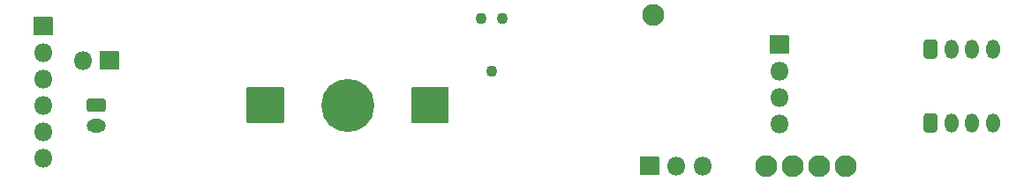
<source format=gbr>
%TF.GenerationSoftware,KiCad,Pcbnew,(5.1.10)-1*%
%TF.CreationDate,2021-07-02T15:13:39-07:00*%
%TF.ProjectId,BivalveBit,42697661-6c76-4654-9269-742e6b696361,A*%
%TF.SameCoordinates,Original*%
%TF.FileFunction,Soldermask,Bot*%
%TF.FilePolarity,Negative*%
%FSLAX46Y46*%
G04 Gerber Fmt 4.6, Leading zero omitted, Abs format (unit mm)*
G04 Created by KiCad (PCBNEW (5.1.10)-1) date 2021-07-02 15:13:39*
%MOMM*%
%LPD*%
G01*
G04 APERTURE LIST*
%ADD10O,1.301600X1.851600*%
%ADD11C,5.101600*%
%ADD12O,1.801600X1.801600*%
%ADD13C,1.092200*%
%ADD14O,1.851600X1.301600*%
%ADD15C,2.101600*%
G04 APERTURE END LIST*
D10*
%TO.C,HEART_SENSOR1*%
X193972700Y-125399800D03*
X191972700Y-125399800D03*
X189972700Y-125399800D03*
G36*
G01*
X187321900Y-126054435D02*
X187321900Y-124745165D01*
G75*
G02*
X187593065Y-124474000I271165J0D01*
G01*
X188352335Y-124474000D01*
G75*
G02*
X188623500Y-124745165I0J-271165D01*
G01*
X188623500Y-126054435D01*
G75*
G02*
X188352335Y-126325600I-271165J0D01*
G01*
X187593065Y-126325600D01*
G75*
G02*
X187321900Y-126054435I0J271165D01*
G01*
G37*
%TD*%
D11*
%TO.C,RTC_BATT1*%
X132080000Y-130810000D03*
G36*
G01*
X138179200Y-132460000D02*
X138179200Y-129160000D01*
G75*
G02*
X138230000Y-129109200I50800J0D01*
G01*
X141730000Y-129109200D01*
G75*
G02*
X141780800Y-129160000I0J-50800D01*
G01*
X141780800Y-132460000D01*
G75*
G02*
X141730000Y-132510800I-50800J0D01*
G01*
X138230000Y-132510800D01*
G75*
G02*
X138179200Y-132460000I0J50800D01*
G01*
G37*
G36*
G01*
X122379200Y-132460000D02*
X122379200Y-129160000D01*
G75*
G02*
X122430000Y-129109200I50800J0D01*
G01*
X125930000Y-129109200D01*
G75*
G02*
X125980800Y-129160000I0J-50800D01*
G01*
X125980800Y-132460000D01*
G75*
G02*
X125930000Y-132510800I-50800J0D01*
G01*
X122430000Y-132510800D01*
G75*
G02*
X122379200Y-132460000I0J50800D01*
G01*
G37*
%TD*%
D12*
%TO.C,J1*%
X106680000Y-126492000D03*
G36*
G01*
X108370000Y-125591200D02*
X110070000Y-125591200D01*
G75*
G02*
X110120800Y-125642000I0J-50800D01*
G01*
X110120800Y-127342000D01*
G75*
G02*
X110070000Y-127392800I-50800J0D01*
G01*
X108370000Y-127392800D01*
G75*
G02*
X108319200Y-127342000I0J50800D01*
G01*
X108319200Y-125642000D01*
G75*
G02*
X108370000Y-125591200I50800J0D01*
G01*
G37*
%TD*%
D13*
%TO.C,PROGRAM_HEADER1*%
X145923000Y-127508000D03*
X146939000Y-122428000D03*
X144907000Y-122428000D03*
%TD*%
D14*
%TO.C,PRIMARY_BATTERY1*%
X107950000Y-132810000D03*
G36*
G01*
X107295365Y-130159200D02*
X108604635Y-130159200D01*
G75*
G02*
X108875800Y-130430365I0J-271165D01*
G01*
X108875800Y-131189635D01*
G75*
G02*
X108604635Y-131460800I-271165J0D01*
G01*
X107295365Y-131460800D01*
G75*
G02*
X107024200Y-131189635I0J271165D01*
G01*
X107024200Y-130430365D01*
G75*
G02*
X107295365Y-130159200I271165J0D01*
G01*
G37*
%TD*%
D12*
%TO.C,OLED1*%
X173482000Y-132588000D03*
X173482000Y-130048000D03*
X173482000Y-127508000D03*
G36*
G01*
X172581200Y-125818000D02*
X172581200Y-124118000D01*
G75*
G02*
X172632000Y-124067200I50800J0D01*
G01*
X174332000Y-124067200D01*
G75*
G02*
X174382800Y-124118000I0J-50800D01*
G01*
X174382800Y-125818000D01*
G75*
G02*
X174332000Y-125868800I-50800J0D01*
G01*
X172632000Y-125868800D01*
G75*
G02*
X172581200Y-125818000I0J50800D01*
G01*
G37*
%TD*%
D15*
%TO.C,J7*%
X177292000Y-136652000D03*
%TD*%
D12*
%TO.C,J6*%
X166116000Y-136652000D03*
X163576000Y-136652000D03*
G36*
G01*
X161886000Y-137552800D02*
X160186000Y-137552800D01*
G75*
G02*
X160135200Y-137502000I0J50800D01*
G01*
X160135200Y-135802000D01*
G75*
G02*
X160186000Y-135751200I50800J0D01*
G01*
X161886000Y-135751200D01*
G75*
G02*
X161936800Y-135802000I0J-50800D01*
G01*
X161936800Y-137502000D01*
G75*
G02*
X161886000Y-137552800I-50800J0D01*
G01*
G37*
%TD*%
D15*
%TO.C,J5*%
X174752000Y-136652000D03*
%TD*%
%TO.C,J4*%
X172212000Y-136652000D03*
%TD*%
D10*
%TO.C,HALL_SENSOR1*%
X193972700Y-132511800D03*
X191972700Y-132511800D03*
X189972700Y-132511800D03*
G36*
G01*
X187321900Y-133166435D02*
X187321900Y-131857165D01*
G75*
G02*
X187593065Y-131586000I271165J0D01*
G01*
X188352335Y-131586000D01*
G75*
G02*
X188623500Y-131857165I0J-271165D01*
G01*
X188623500Y-133166435D01*
G75*
G02*
X188352335Y-133437600I-271165J0D01*
G01*
X187593065Y-133437600D01*
G75*
G02*
X187321900Y-133166435I0J271165D01*
G01*
G37*
%TD*%
D12*
%TO.C,FTDI1*%
X102870000Y-135890000D03*
X102870000Y-133350000D03*
X102870000Y-130810000D03*
X102870000Y-128270000D03*
X102870000Y-125730000D03*
G36*
G01*
X101969200Y-124040000D02*
X101969200Y-122340000D01*
G75*
G02*
X102020000Y-122289200I50800J0D01*
G01*
X103720000Y-122289200D01*
G75*
G02*
X103770800Y-122340000I0J-50800D01*
G01*
X103770800Y-124040000D01*
G75*
G02*
X103720000Y-124090800I-50800J0D01*
G01*
X102020000Y-124090800D01*
G75*
G02*
X101969200Y-124040000I0J50800D01*
G01*
G37*
%TD*%
D15*
%TO.C,J8*%
X179832000Y-136652000D03*
%TD*%
%TO.C,J2*%
X161366200Y-122135900D03*
%TD*%
M02*

</source>
